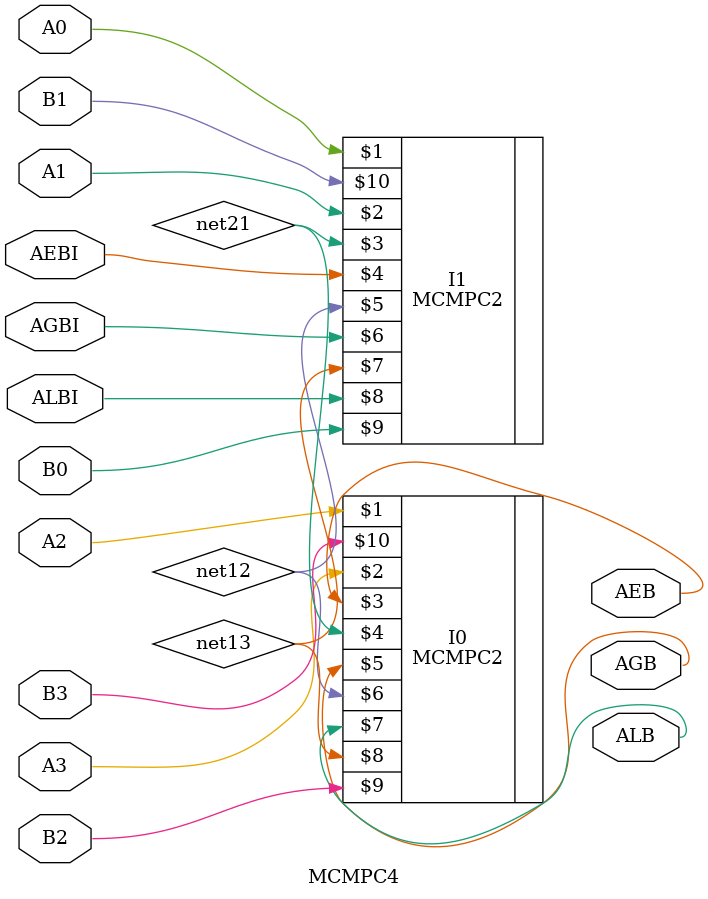
<source format=v>
`timescale 1 ns / 100 ps
module MCMPC4( A0, A1, A2, A3, AEB, AEBI, AGB, AGBI, ALB, ALBI, B0, B1,
     B2, B3 );

input ALBI, AEBI, AGBI, A3, A2, A1, A0, B3, B2, B1, B0;
output ALB, AEB, AGB;










specify 
    specparam CDS_LIBNAME  = "3200DX";
    specparam CDS_CELLNAME = "MCMPC4";
    specparam CDS_VIEWNAME = "schematic";
endspecify

MCMPC2 I1( A0, A1, net21, AEBI, net12, AGBI, net13, ALBI, B0, B1);
MCMPC2 I0( A2, A3, AEB, net21, AGB, net12, ALB, net13, B2, B3);

endmodule

</source>
